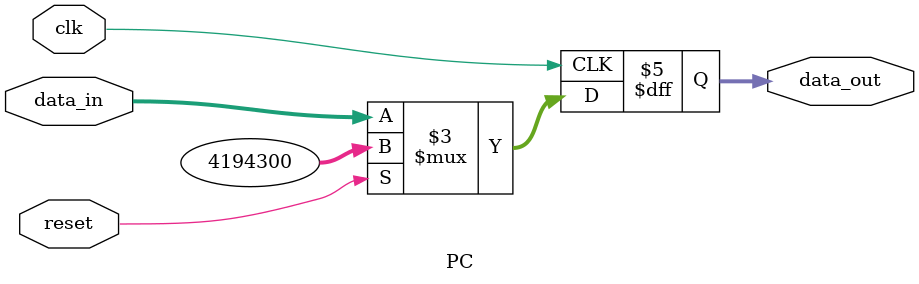
<source format=v>
`timescale 1ns / 1ps

/*
**  UCSD CSE 141L Lab2/3 Implemented Module
** -------------------------------------------------------------------
**  Program Counter Module for Single-Cycle MIPS Processor for Altera FPGAs
**  Implements a very simple program counter module for the processor project
**	 Date: 7/2/2016
**	 Author: Son Do
*/

module PC(
	input [31:0] data_in,
	input clk,
	input reset,
	output reg [31:0] data_out
);

	always @(posedge clk) begin
		if (reset) begin
			data_out <= 32'h003FFFFC;
		end else begin
			data_out <= data_in;
		end
	end
endmodule 
</source>
